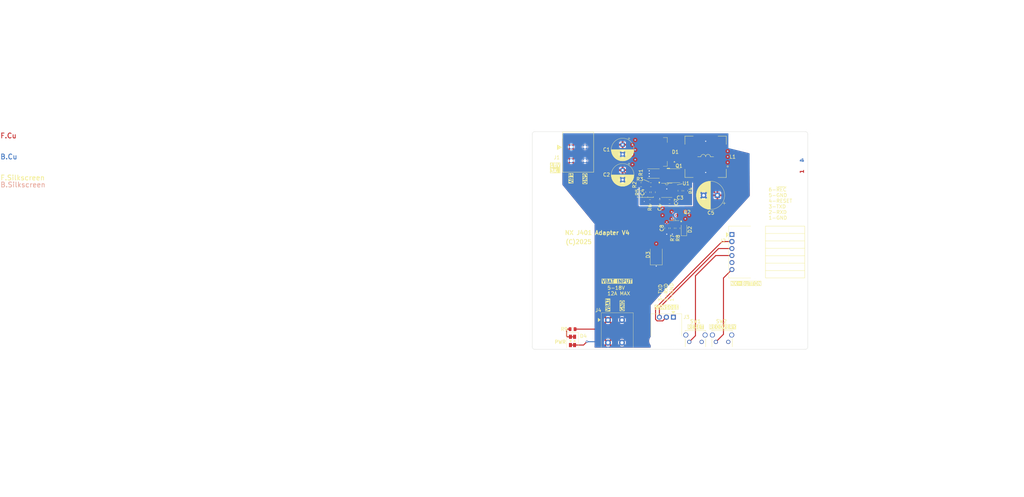
<source format=kicad_pcb>
(kicad_pcb (version 20240108) (generator "pcbnew") (generator_version "8.0")
  (title_block (title "NX Adapter Board") (date "2025-01-13") (rev "4"))
  (layers (0 "F.Cu" signal) (1 "In1.Cu" signal) (2 "In2.Cu" signal) (31 "B.Cu" signal) (34 "B.Paste" user) (35 "F.Paste" user) (36 "B.SilkS" user "B.Silkscreen") (37 "F.SilkS" user "F.Silkscreen") (38 "B.Mask" user) (39 "F.Mask" user) (44 "Edge.Cuts" user))
  (net 0 "")
  (net 1 "GND")
  (net 2 "/+18V_OUT")
  (net 3 "/Power Supply/V_IN")
  (net 4 "Net-(U1-I_{SEN})")
  (net 5 "Net-(C6-Pad2)")
  (net 6 "Net-(D4A-Red-K)")
  (net 7 "Net-(U1-COMP)")
  (net 8 "/V_BAT")
  (net 9 "/Power Supply/SW")
  (net 10 "Net-(D2-A)")
  (net 11 "/~{REC}")
  (net 12 "/UART2_TXD")
  (net 13 "/~{SYS_RESET}")
  (net 14 "/UART2_RXD")
  (net 15 "Net-(Q1-G)")
  (net 16 "Net-(U1-FB)")
  (net 17 "Net-(U1-FA{slash}SD)")
  (net 18 "/RTN")
  (net 19 "/Power Supply/Q_S")
  (footprint "Package_TO_SOT_SMD:TO-263-2" (layer "F.Cu") (at 269.21 87.376 180)
    (property "Reference" "D1" (at -7.7008 -0.0254 0) (layer "F.SilkS") (effects (font (size 1.27 1.27) (thickness 0.2032))))
    (property "Value" "STPS20M100SG-TR")
    (pad "1" smd roundrect (at -7.65 -2.54 180) (size 4.6 1.1) (layers "F.Cu" "F.Paste" "F.Mask") (roundrect_rratio 0.227273) (net 9 "/Power Supply/SW"))
    (pad "2" smd roundrect (at -0.925 -2.775 180) (size 4.55 5.25) (layers "F.Cu" "F.Paste") (roundrect_rratio 0.054945) (net 2 "/+18V_OUT"))
    (pad "2" smd roundrect (at -0.925 2.775 180) (size 4.55 5.25) (layers "F.Cu" "F.Paste") (roundrect_rratio 0.054945) (net 2 "/+18V_OUT"))
    (pad "2" smd roundrect (at 1.5 0 180) (size 9.4 10.8) (layers "F.Cu" "F.Mask") (roundrect_rratio 0.026596) (net 2 "/+18V_OUT"))
    (pad "2" smd roundrect (at 3.925 -2.775 180) (size 4.55 5.25) (layers "F.Cu" "F.Paste") (roundrect_rratio 0.054945) (net 2 "/+18V_OUT"))
    (pad "2" smd roundrect (at 3.925 2.775 180) (size 4.55 5.25) (layers "F.Cu" "F.Paste") (roundrect_rratio 0.054945) (net 2 "/+18V_OUT"))
    (pad "3" smd roundrect (at -7.65 2.54 180) (size 4.6 1.1) (layers "F.Cu" "F.Paste" "F.Mask") (roundrect_rratio 0.227273) (net 9 "/Power Supply/SW"))
  )
  (footprint "NX-J401-Adapter:TI-SON5x6" (layer "F.Cu") (at 276.165 96.012 180)
    (property "Reference" "Q1" (at -2.092 3.556 0) (layer "F.SilkS") (effects (font (size 1.27 1.27) (thickness 0.2032))))
    (property "Value" "CSD16322Q5")
    (pad "1" smd rect (at 2.75 1.92 180) (size 0.75 0.66) (layers "F.Cu" "F.Paste" "F.Mask") (net 19 "/Power Supply/Q_S"))
    (pad "2" smd rect (at 2.75 0.64 180) (size 0.75 0.66) (layers "F.Cu" "F.Paste" "F.Mask") (net 19 "/Power Supply/Q_S"))
    (pad "3" smd rect (at 2.75 -0.64 180) (size 0.75 0.66) (layers "F.Cu" "F.Paste" "F.Mask") (net 19 "/Power Supply/Q_S"))
    (pad "4" smd rect (at 2.75 -1.92 180) (size 0.75 0.66) (layers "F.Cu" "F.Paste" "F.Mask") (net 15 "Net-(Q1-G)"))
    (pad "5" smd custom (at -0.32 0 180) (size 4.29 4.5) (layers "F.Cu" "F.Mask") (net 9 "/Power Supply/SW") (options (clearance outline) (anchor rect)) (primitives (gr_poly (pts (xy -2.805 -2.25) (xy -2.145 -2.25) (xy -2.145 -1.59) (xy -2.805 -1.59)) (width 0) (fill yes)) (gr_poly (pts (xy -2.805 1.59) (xy -2.145 1.59) (xy -2.145 2.25) (xy -2.805 2.25)) (width 0) (fill yes)) (gr_poly (pts (xy -2.805 -0.97) (xy -2.145 -0.97) (xy -2.145 -0.31) (xy -2.805 -0.31)) (width 0) (fill yes)) (gr_poly (pts (xy -2.805 0.31) (xy -2.145 0.31) (xy -2.145 0.97) (xy -2.805 0.97)) (width 0) (fill yes))))
  )
  (footprint "MountingHole:MountingHole_2.7mm_M2.5" (layer "F.Cu") (at 229 84)
    (property "Reference" "H1" (hide yes))
    (property "Value" "MountingHole" (hide yes))
    (pad "" np_thru_hole circle (at 0 0) (size 2.7 2.7) (drill 2.7) (layers "F&B.Cu" "*.Mask") (clearance 2.54))
  )
  (footprint "Resistor_SMD:R_0805_2012Metric" (layer "F.Cu") (at 277.876 115.062 -90)
    (property "Reference" "R8" (at 3.5814 0 90) (layer "F.SilkS") (effects (font (size 1.27 1.27) (thickness 0.2032))))
    (property "Value" "20.0k-1%-0805")
    (pad "1" smd roundrect (at -0.9125 0 270) (size 1.025 1.4) (layers "F.Cu" "F.Paste" "F.Mask") (roundrect_rratio 0.243902) (net 10 "Net-(D2-A)"))
    (pad "2" smd roundrect (at 0.9125 0 270) (size 1.025 1.4) (layers "F.Cu" "F.Paste" "F.Mask") (roundrect_rratio 0.243902) (net 3 "/Power Supply/V_IN"))
  )
  (footprint "NX-J401-Adapter:LED-Dialight-5913001858F" (layer "F.Cu") (at 239.637 155.932 90)
    (property "Reference" "D4" (at 1.754 3.949 180) (layer "F.SilkS") (effects (font (size 1.27 1.27) (thickness 0.2032))))
    (property "Value" "PWR" (at -0.405 -4.433 180) (layer "F.SilkS") (effects (font (size 1.27 1.27) (thickness 0.254) (bold yes))))
    (pad "1" smd rect (at 1.5 0.75 90) (size 1.5 1.09) (layers "F.Cu" "F.Paste" "F.Mask") (net 6 "Net-(D4A-Red-K)"))
    (pad "2" smd rect (at -1.5 0.75 90) (size 1.5 1.09) (layers "F.Cu" "F.Paste" "F.Mask") (net 1 "GND"))
    (pad "3" smd rect (at 1.5 -0.75 90) (size 1.5 1.09) (layers "F.Cu" "F.Paste" "F.Mask") (net 6 "Net-(D4A-Red-K)"))
    (pad "4" smd rect (at -1.5 -0.75 90) (size 1.5 1.09) (layers "F.Cu" "F.Paste" "F.Mask") (net 1 "GND"))
  )
  (footprint "Capacitor_THT:CP_Radial_D8.0mm_P3.50mm" (layer "F.Cu") (at 257.81 93.98 -90)
    (property "Reference" "C2" (at 1.6764 5.842 0) (layer "F.SilkS") (effects (font (size 1.27 1.27) (thickness 0.2032))))
    (property "Value" "82uF 35V")
    (pad "1" thru_hole rect (at 0 0 270) (size 1.6 1.6) (drill 0.8) (layers "*.Cu" "*.Mask") (net 2 "/+18V_OUT"))
    (pad "2" thru_hole circle (at 3.5 0 270) (size 1.6 1.6) (drill 0.8) (layers "*.Cu" "*.Mask") (net 1 "GND"))
  )
  (footprint "NX-J401-Adapter:SW_TL1105VF100Q_EWI" (layer "F.Cu") (at 291.628 156.2857)
    (property "Reference" "SW2" (at 1.996 -7.4417 0) (layer "F.SilkS") (effects (font (size 1.27 1.27) (thickness 0.2032))))
    (property "Value" "RECOVERY" (at 2.377 -5.4097 0) (layer "F.SilkS" knockout) (effects (font (size 1.27 1.27) (thickness 0.254) (bold yes))))
    (pad "1" thru_hole circle (at 0 0) (size 1.4986 1.4986) (drill 0.9906) (layers "*.Cu" "*.Mask") (net 11 "/~{REC}"))
    (pad "2" thru_hole circle (at 4.500001 0) (size 1.4986 1.4986) (drill 0.9906) (layers "*.Cu" "*.Mask") (net 18 "/RTN"))
    (pad "3" thru_hole circle (at -1.249999 -2.499876) (size 1.8034 1.8034) (drill 1.2954) (layers "*.Cu" "*.Mask"))
    (pad "4" thru_hole circle (at 5.75 -2.499876) (size 1.8034 1.8034) (drill 1.2954) (layers "*.Cu" "*.Mask"))
  )
  (footprint "Capacitor_SMD:C_0805_2012Metric" (layer "F.Cu") (at 273.812 115.062 -90)
    (property "Reference" "C8" (at -0.0508 1.778 90) (layer "F.SilkS") (effects (font (size 1.27 1.27) (thickness 0.2032))))
    (property "Value" "22uF-20%-25V-0805")
    (pad "1" smd roundrect (at -0.95 0 270) (size 1 1.45) (layers "F.Cu" "F.Paste" "F.Mask") (net 8 "/V_BAT"))
    (pad "2" smd roundrect (at 0.95 0 270) (size 1 1.45) (layers "F.Cu" "F.Paste" "F.Mask") (net 1 "GND"))
  )
  (footprint "Capacitor_THT:CP_Radial_D8.0mm_P3.50mm" (layer "F.Cu") (at 257.81 84.7852 -90)
    (property "Reference" "C1" (at 1.754251 5.842 0) (layer "F.SilkS") (effects (font (size 1.27 1.27) (thickness 0.2032))))
    (property "Value" "82uF 35V")
    (pad "1" thru_hole rect (at 0 0 270) (size 1.6 1.6) (drill 0.8) (layers "*.Cu" "*.Mask") (net 2 "/+18V_OUT"))
    (pad "2" thru_hole circle (at 3.5 0 270) (size 1.6 1.6) (drill 0.8) (layers "*.Cu" "*.Mask") (net 1 "GND"))
  )
  (footprint "NX-J401-Adapter:Wurth-691406510002B" (layer "F.Cu") (at 252.5014 148.3656)
    (property "Reference" "J4" (at -3.5052 -3.5602 0) (layer "F.SilkS") (effects (font (size 1.27 1.27) (thickness 0.2032))))
    (property "Value" "Power")
    (pad "1" thru_hole circle (at 0 0) (size 2.2 2.2) (drill 1.1) (layers "*.Cu" "*.Mask") (net 8 "/V_BAT"))
    (pad "1" thru_hole circle (at 0 8.2) (size 2.2 2.2) (drill 1.1) (layers "*.Cu" "*.Mask") (net 8 "/V_BAT"))
    (pad "2" thru_hole circle (at 5.08 0) (size 2.2 2.2) (drill 1.1) (layers "*.Cu" "*.Mask") (net 1 "GND"))
    (pad "2" thru_hole circle (at 5.08 8.2) (size 2.2 2.2) (drill 1.1) (layers "*.Cu" "*.Mask") (net 1 "GND"))
  )
  (footprint "Resistor_SMD:R_0805_2012Metric" (layer "F.Cu") (at 266.9286 102.0064 90)
    (property "Reference" "R5" (at 0 -3.7592 90) (layer "F.SilkS") (effects (font (size 1.27 1.27) (thickness 0.2032))))
    (property "Value" "1.05k-1%-0805")
    (pad "1" smd roundrect (at -0.9125 0 90) (size 1.025 1.4) (layers "F.Cu" "F.Paste" "F.Mask") (roundrect_rratio 0.243902) (net 1 "GND"))
    (pad "2" smd roundrect (at 0.9125 0 90) (size 1.025 1.4) (layers "F.Cu" "F.Paste" "F.Mask") (roundrect_rratio 0.243902) (net 16 "Net-(U1-FB)"))
  )
  (footprint "Resistor_SMD:R_0805_2012Metric" (layer "F.Cu") (at 264.4902 99.2886 180)
    (property "Reference" "R2" (at 2.3622 -0.0254 90) (layer "F.SilkS") (effects (font (size 1.27 1.27) (thickness 0.2032))))
    (property "Value" "14.0k-1%-0805")
    (pad "1" smd roundrect (at -0.9125 0 180) (size 1.025 1.4) (layers "F.Cu" "F.Paste" "F.Mask") (roundrect_rratio 0.243902) (net 16 "Net-(U1-FB)"))
    (pad "2" smd roundrect (at 0.9125 0 180) (size 1.025 1.4) (layers "F.Cu" "F.Paste" "F.Mask") (roundrect_rratio 0.243902) (net 2 "/+18V_OUT"))
  )
  (footprint "NX-J401-Adapter:70555-0002" (layer "F.Cu") (at 273.685 147.32 -90)
    (property "Reference" "J3" (at -0.0254 -6.0452 0) (layer "F.SilkS") (effects (font (size 1.27 1.27) (thickness 0.2032)) (justify left)))
    (property "Value" "CONSOLE" (at -3.556 4.445 0) (layer "F.SilkS" knockout) (effects (font (size 1.27 1.27) (thickness 0.254) (bold yes)) (justify left)))
    (pad "" np_thru_hole circle (at 8.64 -3.94 270) (size 3.4 3.4) (drill 3.4) (layers "F&B.Cu" "*.Mask") (clearance 0.635))
    (pad "" np_thru_hole circle (at 8.64 3.94 270) (size 3.4 3.4) (drill 3.4) (layers "F&B.Cu" "*.Mask") (clearance 0.635))
    (pad "1" thru_hole rect (at 0 -2.54 270) (size 1.778 1.778) (drill 1.0668) (layers "*.Cu" "*.Mask") (net 18 "/RTN"))
    (pad "2" thru_hole circle (at 0 0 270) (size 1.905 1.905) (drill 1.0668) (layers "*.Cu" "*.Mask") (net 14 "/UART2_RXD"))
    (pad "3" thru_hole circle (at 0 2.54 270) (size 1.778 1.778) (drill 1.0668) (layers "*.Cu" "*.Mask") (net 12 "/UART2_TXD"))
  )
  (footprint "Package_SO:SOIC-8_3.9x4.9mm_P1.27mm" (layer "F.Cu") (at 276.352 109.728 180)
    (property "Reference" "Q2" (at -4.826 0.508 180) (layer "F.SilkS") (effects (font (size 1.27 1.27) (thickness 0.2032))))
    (property "Value" "SI4483ADY-T1-GE3")
    (pad "1" smd roundrect (at -2.475 -1.905 180) (size 1.95 0.6) (layers "F.Cu" "F.Paste" "F.Mask") (net 3 "/Power Supply/V_IN"))
    (pad "2" smd roundrect (at -2.475 -0.635 180) (size 1.95 0.6) (layers "F.Cu" "F.Paste" "F.Mask") (net 3 "/Power Supply/V_IN"))
    (pad "3" smd roundrect (at -2.475 0.635 180) (size 1.95 0.6) (layers "F.Cu" "F.Paste" "F.Mask") (net 3 "/Power Supply/V_IN"))
    (pad "4" smd roundrect (at -2.475 1.905 180) (size 1.95 0.6) (layers "F.Cu" "F.Paste" "F.Mask") (net 10 "Net-(D2-A)"))
    (pad "5" smd roundrect (at 2.475 1.905 180) (size 1.95 0.6) (layers "F.Cu" "F.Paste" "F.Mask") (net 8 "/V_BAT"))
    (pad "6" smd roundrect (at 2.475 0.635 180) (size 1.95 0.6) (layers "F.Cu" "F.Paste" "F.Mask") (net 8 "/V_BAT"))
    (pad "7" smd roundrect (at 2.475 -0.635 180) (size 1.95 0.6) (layers "F.Cu" "F.Paste" "F.Mask") (net 8 "/V_BAT"))
    (pad "8" smd roundrect (at 2.475 -1.905 180) (size 1.95 0.6) (layers "F.Cu" "F.Paste" "F.Mask") (net 8 "/V_BAT"))
  )
  (footprint "NX-J401-Adapter:SW_TL1105VF100Q_EWI" (layer "F.Cu") (at 281.976 156.2857)
    (property "Reference" "SW1" (at 2.25 -7.4417 0) (layer "F.SilkS") (effects (font (size 1.27 1.27) (thickness 0.2032))))
    (property "Value" "RESET" (at 2.25 -5.4097 0) (layer "F.SilkS" knockout) (effects (font (size 1.27 1.27) (thickness 0.254) (bold yes))))
    (pad "1" thru_hole circle (at 0 0) (size 1.4986 1.4986) (drill 0.9906) (layers "*.Cu" "*.Mask") (net 13 "/~{SYS_RESET}"))
    (pad "2" thru_hole circle (at 4.500001 0) (size 1.4986 1.4986) (drill 0.9906) (layers "*.Cu" "*.Mask") (net 18 "/RTN"))
    (pad "3" thru_hole circle (at -1.249999 -2.499876) (size 1.8034 1.8034) (drill 1.2954) (layers "*.Cu" "*.Mask"))
    (pad "4" thru_hole circle (at 5.75 -2.499876) (size 1.8034 1.8034) (drill 1.2954) (layers "*.Cu" "*.Mask"))
  )
  (footprint "NX-J401-Adapter:70555-0005" (layer "F.Cu") (at 297.4475 119.888)
    (property "Reference" "J2" (at -3.3155 -0.254 0) (layer "F.SilkS") (effects (font (size 1.27 1.27) (thickness 0.2032))))
    (property "Value" "NX-BUTTON" (at 5.0665 15.24 0) (layer "F.SilkS" knockout) (effects (font (size 1.27 1.27) (thickness 0.254) (bold yes))))
    (pad "" np_thru_hole circle (at 8.64 -3.94) (size 3.4 3.4) (drill 3.4) (layers "F&B.Cu" "*.Mask"))
    (pad "" np_thru_hole circle (at 8.64 11.56) (size 3.4 3.4) (drill 3.4) (layers "F&B.Cu" "*.Mask"))
    (pad "1" thru_hole rect (at 0 -2.54) (size 1.778 1.778) (drill 1.0668) (layers "*.Cu" "*.Mask") (net 18 "/RTN"))
    (pad "2" thru_hole circle (at 0 0) (size 1.905 1.905) (drill 1.0668) (layers "*.Cu" "*.Mask") (net 14 "/UART2_RXD"))
    (pad "3" thru_hole circle (at 0 2.54) (size 1.778 1.778) (drill 1.0668) (layers "*.Cu" "*.Mask") (net 12 "/UART2_TXD"))
    (pad "4" thru_hole circle (at 0 5.08) (size 1.778 1.778) (drill 1.0668) (layers "*.Cu" "*.Mask") (net 13 "/~{SYS_RESET}"))
    (pad "5" thru_hole circle (at 0 7.62) (size 1.778 1.778) (drill 1.0668) (layers "*.Cu" "*.Mask") (net 18 "/RTN"))
    (pad "6" thru_hole circle (at 0 10.16) (size 1.778 1.778) (drill 1.0668) (layers "*.Cu" "*.Mask") (net 11 "/~{REC}"))
  )
  (footprint "Diode_SMD:D_SMB" (layer "F.Cu") (at 270.002 124.714 90)
    (property "Reference" "D3" (at 0 -3 90) (layer "F.SilkS") (effects (font (size 1.27 1.27) (thickness 0.2032))))
    (property "Value" "15V")
    (pad "1" smd roundrect (at -2.15 0 90) (size 2.5 2.3) (layers "F.Cu" "F.Paste" "F.Mask") (roundrect_rratio 0.1086956522) (net 1 "GND"))
    (pad "2" smd roundrect (at 2.15 0 90) (size 2.5 2.3) (layers "F.Cu" "F.Paste" "F.Mask") (roundrect_rratio 0.1086956522) (net 8 "/V_BAT"))
  )
  (footprint "Resistor_SMD:R_0805_2012Metric" (layer "F.Cu") (at 280.67 101.47304 90)
    (property "Reference" "R4" (at 0.00004 1.905 90) (layer "F.SilkS") (effects (font (size 1.27 1.27) (thickness 0.2032))))
    (property "Value" "59.0k-1%-0805")
    (pad "1" smd roundrect (at -0.9125 0 90) (size 1.025 1.4) (layers "F.Cu" "F.Paste" "F.Mask") (roundrect_rratio 0.243902) (net 1 "GND"))
    (pad "2" smd roundrect (at 0.9125 0 90) (size 1.025 1.4) (layers "F.Cu" "F.Paste" "F.Mask") (roundrect_rratio 0.243902) (net 17 "Net-(U1-FA{slash}SD)"))
  )
  (footprint "Resistor_SMD:R_0805_2012Metric" (layer "F.Cu") (at 239.649 151.6634)
    (property "Reference" "R9" (at -3.0226 0.0254 0) (layer "F.SilkS") (effects (font (size 1.27 1.27) (thickness 0.2032))))
    (property "Value" "4.99k-1%-0805")
    (pad "1" smd roundrect (at -0.9125 0) (size 1.025 1.4) (layers "F.Cu" "F.Paste" "F.Mask") (roundrect_rratio 0.243902) (net 6 "Net-(D4A-Red-K)"))
    (pad "2" smd roundrect (at 0.9125 0) (size 1.025 1.4) (layers "F.Cu" "F.Paste" "F.Mask") (roundrect_rratio 0.243902) (net 8 "/V_BAT"))
  )
  (footprint "MountingHole:MountingHole_2.7mm_M2.5" (layer "F.Cu") (at 229 142)
    (property "Reference" "H3" (hide yes))
    (property "Value" "MountingHole" (hide yes))
    (pad "" np_thru_hole circle (at 0 0) (size 2.7 2.7) (drill 2.7) (layers "F&B.Cu" "*.Mask") (clearance 1.651))
  )
  (footprint "Capacitor_THT:CP_Radial_D10.0mm_P5.00mm" (layer "F.Cu") (at 292.181677 103.124 180)
    (property "Reference" "C5" (at 2.367677 -6.35 180) (layer "F.SilkS") (effects (font (size 1.27 1.27) (thickness 0.2032))))
    (property "Value" "330uF 35V")
    (pad "1" thru_hole rect (at 0 0 180) (size 2 2) (drill 1) (layers "*.Cu" "*.Mask") (net 3 "/Power Supply/V_IN"))
    (pad "2" thru_hole circle (at 5 0 180) (size 2 2) (drill 1) (layers "*.Cu" "*.Mask") (net 1 "GND"))
  )
  (footprint "Diode_SMD:D_SOD-123F" (layer "F.Cu") (at 280.035 115.57 90)
    (property "Reference" "D2" (at 0.0254 2.159 90) (layer "F.SilkS") (effects (font (size 1.27 1.27) (thickness 0.2032))))
    (property "Value" "15V")
    (pad "1" smd roundrect (at -1.4 0 90) (size 1.1 1.1) (layers "F.Cu" "F.Paste" "F.Mask") (roundrect_rratio 0.2272727273) (net 3 "/Power Supply/V_IN"))
    (pad "2" smd roundrect (at 1.4 0 90) (size 1.1 1.1) (layers "F.Cu" "F.Paste" "F.Mask") (roundrect_rratio 0.2272727273) (net 10 "Net-(D2-A)"))
  )
  (footprint "NX-J401-Adapter:CONN_69140872_WRE" (layer "F.Cu") (at 239.1664 85.5942)
    (property "Reference" "J1" (at -5.2324 3.8138 0) (layer "F.SilkS") (effects (font (size 1.27 1.27) (thickness 0.2032))))
    (property "Value" "18V_OUT")
    (pad "1" thru_hole circle (at 0 0) (size 1.7018 1.7018) (drill 1.1938) (layers "*.Cu" "*.Mask") (net 2 "/+18V_OUT"))
    (pad "1" thru_hole circle (at 0 5) (size 1.7018 1.7018) (drill 1.1938) (layers "*.Cu" "*.Mask") (net 2 "/+18V_OUT"))
    (pad "2" thru_hole circle (at 5 0) (size 1.7018 1.7018) (drill 1.1938) (layers "*.Cu" "*.Mask") (net 1 "GND"))
    (pad "2" thru_hole circle (at 5 5) (size 1.7018 1.7018) (drill 1.1938) (layers "*.Cu" "*.Mask") (net 1 "GND"))
  )
  (footprint "Package_SO:SOIC-8_3.9x4.9mm_P1.27mm" (layer "F.Cu") (at 273.812 101.346)
    (property "Reference" "U1" (at 6.985 -2.54 0) (layer "F.SilkS") (effects (font (size 1.27 1.27) (thickness 0.2032))))
    (property "Value" "LM3478MA")
    (pad "1" smd roundrect (at -2.475 -1.905) (size 1.95 0.6) (layers "F.Cu" "F.Paste" "F.Mask") (net 4 "Net-(U1-I_{SEN})"))
    (pad "2" smd roundrect (at -2.475 -0.635) (size 1.95 0.6) (layers "F.Cu" "F.Paste" "F.Mask") (net 7 "Net-(U1-COMP)"))
    (pad "3" smd roundrect (at -2.475 0.635) (size 1.95 0.6) (layers "F.Cu" "F.Paste" "F.Mask") (net 16 "Net-(U1-FB)"))
    (pad "4" smd roundrect (at -2.475 1.905) (size 1.95 0.6) (layers "F.Cu" "F.Paste" "F.Mask") (net 1 "GND"))
    (pad "5" smd roundrect (at 2.475 1.905) (size 1.95 0.6) (layers "F.Cu" "F.Paste" "F.Mask") (net 1 "GND"))
    (pad "6" smd roundrect (at 2.475 0.635) (size 1.95 0.6) (layers "F.Cu" "F.Paste" "F.Mask") (net 15 "Net-(Q1-G)"))
    (pad "7" smd roundrect (at 2.475 -0.635) (size 1.95 0.6) (layers "F.Cu" "F.Paste" "F.Mask") (net 17 "Net-(U1-FA{slash}SD)"))
    (pad "8" smd roundrect (at 2.475 -1.905) (size 1.95 0.6) (layers "F.Cu" "F.Paste" "F.Mask") (net 3 "/Power Supply/V_IN"))
  )
  (footprint "Resistor_SMD:R_0805_2012Metric" (layer "F.Cu") (at 267.716 105.41)
    (property "Reference" "R6" (at 0 2.165418 90) (layer "F.SilkS") (effects (font (size 1.27 1.27) (thickness 0.2032))))
    (property "Value" "1.05k-1%-0805")
    (pad "1" smd roundrect (at -0.9125 0) (size 1.025 1.4) (layers "F.Cu" "F.Paste" "F.Mask") (roundrect_rratio 0.243902) (net 1 "GND"))
    (pad "2" smd roundrect (at 0.9125 0) (size 1.025 1.4) (layers "F.Cu" "F.Paste" "F.Mask") (roundrect_rratio 0.243902) (net 5 "Net-(C6-Pad2)"))
  )
  (footprint "Resistor_SMD:R_2512_6332Metric" (layer "F.Cu") (at 268.986 95.25)
    (property "Reference" "R1" (at -4.572 -0.381 90) (layer "F.SilkS") (effects (font (size 1.27 1.27) (thickness 0.2032))))
    (property "Value" "4.0m-1%-2512")
    (pad "1" smd roundrect (at -2.9625 0) (size 1.225 3.35) (layers "F.Cu" "F.Paste" "F.Mask") (roundrect_rratio 0.204082) (net 1 "GND"))
    (pad "2" smd roundrect (at 2.9625 0) (size 1.225 3.35) (layers "F.Cu" "F.Paste" "F.Mask") (roundrect_rratio 0.204082) (net 19 "/Power Supply/Q_S"))
  )
  (footprint "Resistor_SMD:R_0805_2012Metric" (layer "F.Cu") (at 268.0481 99.2886)
    (property "Reference" "R3" (at -4.0151 -2.0066 0) (layer "F.SilkS") (effects (font (size 1.27 1.27) (thickness 0.2032))))
    (property "Value" "100R-1%-0805")
    (pad "1" smd roundrect (at -0.9125 0) (size 1.025 1.4) (layers "F.Cu" "F.Paste" "F.Mask") (roundrect_rratio 0.243902) (net 19 "/Power Supply/Q_S"))
    (pad "2" smd roundrect (at 0.9125 0) (size 1.025 1.4) (layers "F.Cu" "F.Paste" "F.Mask") (roundrect_rratio 0.243902) (net 4 "Net-(U1-I_{SEN})"))
  )
  (footprint "Capacitor_SMD:C_0805_2012Metric" (layer "F.Cu") (at 271.272 105.41 180)
    (property "Reference" "C6" (at 0.004006 -2.165418 90) (layer "F.SilkS") (effects (font (size 1.27 1.27) (thickness 0.2032))))
    (property "Value" "0.22uF-10%-50V-0805")
    (pad "1" smd roundrect (at -0.95 0 180) (size 1 1.45) (layers "F.Cu" "F.Paste" "F.Mask") (net 7 "Net-(U1-COMP)"))
    (pad "2" smd roundrect (at 0.95 0 180) (size 1 1.45) (layers "F.Cu" "F.Paste" "F.Mask") (net 5 "Net-(C6-Pad2)"))
  )
  (footprint "MountingHole:MountingHole_2.7mm_M2.5" (layer "F.Cu") (at 320.99948 84)
    (property "Reference" "H2" (hide yes))
    (property "Value" "MountingHole" (hide yes))
    (pad "" np_thru_hole circle (at 0 0) (size 2.7 2.7) (drill 2.7) (layers "F&B.Cu" "*.Mask") (clearance 2.54))
    (zone (net 0) (net_name "") (layers "F&B.Cu") (connect_pads (clearance 0)) (min_thickness 0.25)
      (keepout (tracks allowed) (vias allowed) (pads allowed) (copperpour not_allowed) (footprints allowed))
      (fill (thermal_gap 0.5) (thermal_bridge_width 0.5))
      (polygon (pts (xy 320.99948 81.3) (xy 319.79948 81.6) (xy 318.99948 82.2) (xy 318.49948 83) (xy 318.29948 84) (xy 318.39948 84.9) (xy 318.79948 85.6) (xy 319.59948 86.3) (xy 320.49948 86.7) (xy 321.59948 86.7) (xy 322.39948 86.3) (xy 323.19948 85.6) (xy 323.59948 84.8) (xy 323.69948 83.7) (xy 323.49948 82.9) (xy 322.99948 82.2) (xy 322.39948 81.7) (xy 321.49948 81.3)))
    )
  )
  (footprint "Capacitor_SMD:C_0805_2012Metric" (layer "F.Cu") (at 268.9606 102.0064 -90)
    (property "Reference" "C4" (at 0 3.937 90) (layer "F.SilkS") (effects (font (size 1.27 1.27) (thickness 0.2032))))
    (property "Value" "10pF-5%-50V-0805")
    (pad "1" smd roundrect (at -0.95 0 270) (size 1 1.45) (layers "F.Cu" "F.Paste" "F.Mask") (net 4 "Net-(U1-I_{SEN})"))
    (pad "2" smd roundrect (at 0.95 0 270) (size 1 1.45) (layers "F.Cu" "F.Paste" "F.Mask") (net 1 "GND"))
  )
  (footprint "Capacitor_SMD:C_0805_2012Metric" (layer "F.Cu") (at 274.828 105.41)
    (property "Reference" "C7" (at 2.413 0.127 90) (layer "F.SilkS") (effects (font (size 1.27 1.27) (thickness 0.2032))))
    (property "Value" "0.01uF-10%-50V-0805")
    (pad "1" smd roundrect (at -0.95 0) (size 1 1.45) (layers "F.Cu" "F.Paste" "F.Mask") (net 7 "Net-(U1-COMP)"))
    (pad "2" smd roundrect (at 0.95 0) (size 1 1.45) (layers "F.Cu" "F.Paste" "F.Mask") (net 1 "GND"))
  )
  (footprint "Resistor_SMD:R_0805_2012Metric" (layer "F.Cu") (at 275.844 115.062 90)
    (property "Reference" "R7" (at -3.5814 0.0254 90) (layer "F.SilkS") (effects (font (size 1.27 1.27) (thickness 0.2032))))
    (property "Value" "1.05k-1%-0805")
    (pad "1" smd roundrect (at -0.9125 0 90) (size 1.025 1.4) (layers "F.Cu" "F.Paste" "F.Mask") (roundrect_rratio 0.243902) (net 1 "GND"))
    (pad "2" smd roundrect (at 0.9125 0 90) (size 1.025 1.4) (layers "F.Cu" "F.Paste" "F.Mask") (roundrect_rratio 0.243902) (net 10 "Net-(D2-A)"))
  )
  (footprint "NX-J401-Adapter:INDUCTOR_IHLE-5050FH-Vishay" (layer "F.Cu") (at 287.915 89.154 90)
    (property "Reference" "L1" (at 0 9.773 0) (layer "F.SilkS") (effects (font (size 1.27 1.27) (thickness 0.2032))))
    (property "Value" "4.7 uH-8m-20%")
    (pad "1" smd rect (at 0 5.7325 90) (size 5.21 3.265) (layers "F.Cu" "F.Paste" "F.Mask") (net 3 "/Power Supply/V_IN"))
    (pad "2" smd rect (at 0 -5.7325 90) (size 5.21 3.265) (layers "F.Cu" "F.Paste" "F.Mask") (net 9 "/Power Supply/SW"))
    (pad "3" smd rect (at -5.6775 0 180) (size 5.21 3.275) (layers "F.Cu" "F.Paste" "F.Mask") (net 1 "GND"))
    (pad "4" smd rect (at 5.6775 0 180) (size 5.21 3.275) (layers "F.Cu" "F.Paste" "F.Mask") (net 1 "GND"))
    (zone (net 0) (net_name "") (layers "F.Cu" "In1.Cu" "In2.Cu" "In3.Cu" "In4.Cu" "In5.Cu" "In6.Cu" "In7.Cu" "In8.Cu" "In9.Cu" "In10.Cu" "In11.Cu" "In12.Cu" "In13.Cu" "In14.Cu" "In15.Cu" "In16.Cu" "In17.Cu" "In18.Cu" "In19.Cu" "In20.Cu" "In21.Cu" "In22.Cu" "In23.Cu" "In24.Cu" "In25.Cu" "In26.Cu" "In27.Cu" "In28.Cu" "In29.Cu" "In30.Cu" "F.CrtYd") (connect_pads (clearance 0)) (min_thickness 0.25)
      (keepout (tracks allowed) (vias allowed) (pads allowed) (copperpour not_allowed) (footprints allowed))
      (fill (thermal_gap 0.5) (thermal_bridge_width 0.5))
      (polygon (pts (xy 290.709 96.266) (xy 295.027 96.266) (xy 295.027 91.948) (xy 291.725 91.948) (xy 291.725 86.36) (xy 295.027 86.36) (xy 295.027 82.042) (xy 290.709 82.042) (xy 290.709 85.344) (xy 285.121 85.344) (xy 285.121 82.042) (xy 280.803 82.042) (xy 280.803 86.36) (xy 284.105 86.36) (xy 284.105 91.948) (xy 280.803 91.948) (xy 280.803 96.266) (xy 285.121 96.266) (xy 285.121 92.964) (xy 290.709 92.964)))
    )
  )
  (footprint "MountingHole:MountingHole_2.7mm_M2.5" (layer "F.Cu") (at 320.99948 142)
    (property "Reference" "H4" (hide yes))
    (property "Value" "MountingHole" (hide yes))
    (pad "" np_thru_hole circle (at 0 0) (size 2.7 2.7) (drill 2.7) (layers "F&B.Cu" "*.Mask") (clearance 2.54))
  )
  (footprint "Capacitor_SMD:C_0805_2012Metric" (layer "F.Cu") (at 278.638 101.47304 -90)
    (property "Reference" "C3" (at 2.53996 0 0) (layer "F.SilkS") (effects (font (size 1.27 1.27) (thickness 0.2032))))
    (property "Value" "0.22uF-10%-50V-0805")
    (pad "1" smd roundrect (at -0.95 0 270) (size 1 1.45) (layers "F.Cu" "F.Paste" "F.Mask") (net 3 "/Power Supply/V_IN"))
    (pad "2" smd roundrect (at 0.95 0 270) (size 1 1.45) (layers "F.Cu" "F.Paste" "F.Mask") (net 1 "GND"))
  )
  (gr_line (start 268.986 103.632) (end 268.986 103.886) (stroke (width 0.15)) (layer "F.SilkS"))
  (gr_rect (start 309.626 114.3) (end 323.85 133.096) (stroke (width 0.15)) (fill none) (layer "F.SilkS"))
  (gr_poly (pts (xy 249.682 148.3106) (xy 248.92 147.6756) (xy 248.92 148.9456)) (stroke (width 0.15)) (fill solid) (layer "F.SilkS"))
  (gr_line (start 289.648608 89.142635) (end 290.817008 89.142635) (stroke (width 0.15)) (layer "F.SilkS"))
  (gr_line (start 268.986 103.886) (end 263.144 103.886) (stroke (width 0.15)) (layer "F.SilkS"))
  (gr_line (start 309.626 125.040544) (end 323.85 125.040544) (stroke (width 0.15)) (layer "F.SilkS"))
  (gr_arc (start 287.921408 89.142635) (mid 288.785008 88.279035) (end 289.648608 89.142635) (stroke (width 0.15)) (layer "F.SilkS"))
  (gr_line (start 285.025808 89.142635) (end 286.194208 89.142635) (stroke (width 0.15)) (layer "F.SilkS"))
  (gr_line (start 309.626 130.410816) (end 323.85 130.410816) (stroke (width 0.15)) (layer "F.SilkS"))
  (gr_line (start 309.626 122.355408) (end 323.85 122.355408) (stroke (width 0.15)) (layer "F.SilkS"))
  (gr_line (start 309.626 116.985136) (end 323.85 116.985136) (stroke (width 0.15)) (layer "F.SilkS"))
  (gr_line (start 264.922 103.886) (end 264.922 103.505) (stroke (width 0.15)) (layer "F.SilkS"))
  (gr_line (start 309.626 119.670272) (end 323.85 119.670272) (stroke (width 0.15)) (layer "F.SilkS"))
  (gr_arc (start 286.194208 89.142635) (mid 287.057808 88.279035) (end 287.921408 89.142635) (stroke (width 0.15)) (layer "F.SilkS"))
  (gr_line (start 263.144 103.886) (end 263.144 103.505) (stroke (width 0.15)) (layer "F.SilkS"))
  (gr_line (start 266.954 103.632) (end 266.954 103.886) (stroke (width 0.15)) (layer "F.SilkS"))
  (gr_line (start 265.43 97.409) (end 267.462 98.298) (stroke (width 0.15)) (layer "F.SilkS"))
  (gr_line (start 309.626 127.72568) (end 323.85 127.72568) (stroke (width 0.15)) (layer "F.SilkS"))
  (gr_line (start 279.4 98.933) (end 277.622 99.314) (stroke (width 0.15)) (layer "F.SilkS"))
  (gr_arc (start 226.01682 159.004) (mid 225.2984 158.70642) (end 225.00082 157.988) (stroke (width 0.1)) (layer "Edge.Cuts"))
  (gr_arc (start 225.00082 81.026) (mid 225.2984 80.30758) (end 226.01682 80.01) (stroke (width 0.1)) (layer "Edge.Cuts"))
  (gr_arc (start 323.98462 80.01) (mid 324.70304 80.30758) (end 325.00062 81.026) (stroke (width 0.1)) (layer "Edge.Cuts"))
  (gr_line (start 225.00082 81.026) (end 225.00082 157.988) (stroke (width 0.1)) (layer "Edge.Cuts"))
  (gr_line (start 226.01682 159.004) (end 323.98462 159.004) (stroke (width 0.1)) (layer "Edge.Cuts"))
  (gr_arc (start 325.00062 157.988) (mid 324.70304 158.70642) (end 323.98462 159.004) (stroke (width 0.1)) (layer "Edge.Cuts"))
  (gr_line (start 325.00062 157.988) (end 325.00062 81.026) (stroke (width 0.1)) (layer "Edge.Cuts"))
  (gr_line (start 323.98462 80.01) (end 226.01682 80.01) (stroke (width 0.1)) (layer "Edge.Cuts"))
  (gr_text "1" (at 323.85 95.25 90) (layer "F.Cu") (effects (font (size 1.5 1.5) (thickness 0.3) (bold yes)) (justify left bottom)))
  (gr_text "${LAYER}" (at 32.004 82.55 0) (layer "F.Cu") (effects (font (size 1.778 1.778) (thickness 0.3) (bold yes)) (justify left bottom)))
  (gr_text "4" (at 323.85 89.662 90) (layer "B.Cu") (effects (font (size 1.5 1.5) (thickness 0.3) (bold yes)) (justify left bottom mirror)))
  (gr_text "${LAYER}" (at 32.004 90.17 0) (layer "B.Cu") (effects (font (size 1.778 1.778) (thickness 0.3) (bold yes)) (justify left bottom)))
  (gr_text "${LAYER}" (at 32.004 100.33 0) (layer "B.SilkS") (effects (font (size 1.778 1.778) (thickness 0.3) (bold yes)) (justify left bottom)))
  (gr_text "VBAT INPUT" (at 250.159762 135.0772 0) (layer "F.SilkS" knockout) (effects (font (size 1.27 1.27) (thickness 0.254) (bold yes)) (justify left bottom)))
  (gr_text "GND" (at 258.445 145.288 90) (layer "F.SilkS" knockout) (effects (font (size 1.27 1.27) (thickness 0.254) (bold yes)) (justify left bottom)))
  (gr_text "18V\n3A" (at 231.394 94.996 0) (layer "F.SilkS" knockout) (effects (font (size 1.27 1.27) (thickness 0.254) (bold yes)) (justify left bottom)))
  (gr_text "NX J401 Adapter V4" (at 236.728 117.602 0) (layer "F.SilkS") (effects (font (size 1.524 1.524) (thickness 0.3048) (bold yes)) (justify left bottom)))
  (gr_text "GND" (at 243.332 94.996 -90) (layer "F.SilkS" knockout) (effects (font (size 1.27 1.27) (thickness 0.254) (bold yes)) (justify left bottom)))
  (gr_text "18V" (at 238.252 94.996 -90) (layer "F.SilkS" knockout) (effects (font (size 1.27 1.27) (thickness 0.254) (bold yes)) (justify left bottom)))
  (gr_text "5-18V\n12A MAX" (at 252.1712 137.7188 0) (layer "F.SilkS") (effects (font (size 1.27 1.27) (thickness 0.2032)) (justify left)))
  (gr_text "3-TXD\n2-RXD\n1-GND\n" (at 270.764 141.732 90) (layer "F.SilkS") (effects (font (size 1.27 1.27) (thickness 0.2)) (justify left top)))
  (gr_text "6-~{REC}\n5-GND\n4-RESET\n3-TXD\n2-RXD\n1-GND" (at 310.642 100.33 0) (layer "F.SilkS") (effects (font (size 1.27 1.27) (thickness 0.2)) (justify left top)))
  (gr_text "${LAYER}" (at 32.004 97.79 0) (layer "F.SilkS") (effects (font (size 1.778 1.778) (thickness 0.3) (bold yes)) (justify left bottom)))
  (gr_text "(C)2025" (at 236.982 120.904 0) (layer "F.SilkS") (effects (font (size 1.524 1.524) (thickness 0.3048) (bold yes)) (justify left bottom)))
  (gr_text "VBAT" (at 253.238 145.288 90) (layer "F.SilkS" knockout) (effects (font (size 1.27 1.27) (thickness 0.254) (bold yes)) (justify left bottom)))
  (segment (start 266.0235 95.25) (end 266.0235 94.6565) (width 0.254) (layer "F.Cu") (net 1))
  (segment (start 268.9606 104.0892) (end 271.094202 104.0892) (width 0.381) (layer "F.Cu") (net 1))
  (segment (start 275.778 105.41) (end 277.2156 105.41) (width 0.381) (layer "F.Cu") (net 1))
  (segment (start 277.9522 104.14) (end 278.638 103.4542) (width 0.508) (layer "F.Cu") (net 1))
  (segment (start 266.0235 95.25) (end 266.0235 95.8435) (width 0.254) (layer "F.Cu") (net 1))
  (segment (start 266.192 94.488) (end 266.0235 94.6565) (width 0.254) (layer "F.Cu") (net 1))
  (segment (start 266.0235 94.6565) (end 266.446 94.234) (width 0.254) (layer "F.Cu") (net 1))
  (segment (start 287.9223 94.8315) (end 287.9344 94.8436) (width 0.762) (layer "F.Cu") (net 1))
  (segment (start 273.825822 102.147222) (end 273.825822 100.813988) (width 0.508) (layer "F.Cu") (net 1))
  (segment (start 266.446 94.234) (end 267.461982 94.234) (width 0.508) (layer "F.Cu") (net 1))
  (segment (start 275.844 115.9745) (end 275.844 117.221) (width 0.381) (layer "F.Cu") (net 1))
  (segment (start 266.0235 95.25) (end 267.462 95.25) (width 0.508) (layer "F.Cu") (net 1))
  (segment (start 266.9286 102.9189) (end 266.9286 104.0892) (width 0.381) (layer "F.Cu") (net 1))
  (segment (start 273.812 116.012) (end 273.812 117.22101) (width 0.381) (layer "F.Cu") (net 1))
  (segment (start 266.0235 95.8435) (end 266.446 96.266) (width 0.254) (layer "F.Cu") (net 1))
  (segment (start 266.446 96.266) (end 267.462 96.266) (width 0.508) (layer "F.Cu") (net 1))
  (segment (start 271.337 103.251) (end 271.337 104.201998) (width 0.381) (layer "F.Cu") (net 1))
  (segment (start 271.094202 104.0892) (end 271.272 104.266998) (width 0.381) (layer "F.Cu") (net 1))
  (segment (start 268.9606 102.9564) (end 268.9606 104.0892) (width 0.381) (layer "F.Cu") (net 1))
  (segment (start 240.387 157.432) (end 243.634 157.432) (width 0.381) (layer "F.Cu") (net 1))
  (segment (start 271.272 104.0892) (end 271.272 104.266998) (width 0.381) (layer "F.Cu") (net 1))
  (segment (start 238.887 157.432) (end 240.387 157.432) (width 0.381) (layer "F.Cu") (net 1))
  (segment (start 266.9286 104.0892) (end 268.9606 104.0892) (width 0.381) (layer "F.Cu") (net 1))
  (segment (start 243.634 157.432) (end 244.856 156.21) (width 0.381) (layer "F.Cu") (net 1))
  (segment (start 280.67 102.38554) (end 280.67 103.7082) (width 0.381) (layer "F.Cu") (net 1))
  (segment (start 270.002 126.864) (end 270.002 128.778) (width 0.508) (layer "F.Cu") (net 1))
  (segment (start 278.9682 105.41) (end 277.2156 105.41) (width 0.381) (layer "F.Cu") (net 1))
  (segment (start 276.287 103.251) (end 276.287 103.8972) (width 0.508) (layer "F.Cu") (net 1))
  (segment (start 265.7094 105.41) (end 265.6586 105.3592) (width 0.381) (layer "F.Cu") (net 1))
  (segment (start 276.5298 104.14) (end 277.9522 104.14) (width 0.508) (layer "F.Cu") (net 1))
  (segment (start 280.67 103.7082) (end 278.9682 105.41) (width 0.381) (layer "F.Cu") (net 1))
  (segment (start 276.287 103.8972) (end 276.5298 104.14) (width 0.508) (layer "F.Cu") (net 1))
  (segment (start 266.8035 104.2143) (end 266.9286 104.0892) (width 0.381) (layer "F.Cu") (net 1))
  (segment (start 287.915 83.4958) (end 287.9344 83.5152) (width 0.762) (layer "F.Cu") (net 1))
  (segment (start 278.638 103.4542) (end 278.638 102.42304) (width 0.508) (layer "F.Cu") (net 1))
  (segment (start 287.915 83.4765) (end 287.915 83.4958) (width 0.762) (layer "F.Cu") (net 1))
  (segment (start 271.337 104.201998) (end 271.272 104.266998) (width 0.381) (layer "F.Cu") (net 1))
  (segment (start 276.287 103.251) (end 274.9296 103.251) (width 0.508) (layer "F.Cu") (net 1))
  (segment (start 266.8035 105.41) (end 266.8035 104.2143) (width 0.381) (layer "F.Cu") (net 1))
  (segment (start 266.8035 105.41) (end 265.7094 105.41) (width 0.381) (layer "F.Cu") (net 1))
  (segment (start 274.9296 103.251) (end 273.825822 102.147222) (width 0.508) (layer "F.Cu") (net 1))
  (segment (start 287.915 94.8315) (end 287.9223 94.8315) (width 0.762) (layer "F.Cu") (net 1))
  (via (at 273.812 117.22101) (size 0.8128) (drill 0.4064) (layers "F.Cu" "B.Cu") (net 1))
  (via (at 267.462 96.266) (size 0.8128) (drill 0.4064) (layers "F.Cu" "B.Cu") (net 1))
  (via (at 267.461982 94.234) (size 0.8128) (drill 0.4064) (layers "F.Cu" "B.Cu") (net 1))
  (via (at 265.6586 105.3592) (size 0.7112) (drill 0.3048) (layers "F.Cu" "B.Cu") (net 1))
  (via (at 271.272 104.266998) (size 0.7112) (drill 0.3048) (layers "F.Cu" "B.Cu") (net 1))
  (via (at 287.9344 83.5152) (size 0.8128) (drill 0.4064) (layers "F.Cu" "B.Cu") (net 1))
  (via (at 273.825822 100.813988) (size 0.8128) (drill 0.4064) (layers "F.Cu" "B.Cu") (net 1))
  (via (at 270.002 128.778) (size 0.8128) (drill 0.4064) (layers "F.Cu" "B.Cu") (net 1))
  (via (at 244.856 156.21) (size 0.8128) (drill 0.4064) (layers "F.Cu" "B.Cu") (net 1))
  (via (at 267.462 95.25) (size 0.8128) (drill 0.4064) (layers "F.Cu" "B.Cu") (net 1))
  (via (at 287.9344 94.8436) (size 0.8128) (drill 0.4064) (layers "F.Cu" "B.Cu") (net 1))
  (via (at 277.2156 105.41) (size 0.8128) (drill 0.4064) (layers "F.Cu" "B.Cu") (net 1))
  (via (at 275.844 117.221) (size 0.8128) (drill 0.4064) (layers "F.Cu" "B.Cu") (net 1))
  (segment (start 248.666 156.21) (end 250.7996 154.0764) (width 0.381) (layer "B.Cu") (net 1))
  (segment (start 255.0922 154.0764) (end 257.5814 156.5656) (width 0.381) (layer "B.Cu") (net 1))
  (segment (start 250.7996 154.0764) (end 255.0922 154.0764) (width 0.381) (layer "B.Cu") (net 1))
  (segment (start 244.856 156.21) (end 248.666 156.21) (width 0.381) (layer "B.Cu") (net 1))
  (segment (start 260.985 98.7298) (end 260.985 97.155) (width 0.381) (layer "F.Cu") (net 2))
  (segment (start 260.985 97.155) (end 257.81 93.98) (width 0.381) (layer "F.Cu") (net 2))
  (segment (start 261.5438 99.2886) (end 260.985 98.7298) (width 0.381) (layer "F.Cu") (net 2))
  (segment (start 263.5777 99.2886) (end 261.5438 99.2886) (width 0.381) (layer "F.Cu") (net 2))
  (via (at 261.366 91.948) (size 0.8128) (drill 0.4064) (layers "F.Cu" "B.Cu") (net 2))
  (via (at 261.366 84.836) (size 0.8128) (drill 0.4064) (layers "F.Cu" "B.Cu") (net 2))
  (via (at 262.382 86.614) (size 0.8128) (drill 0.4064) (layers "F.Cu" "B.Cu") (net 2))
  (via (at 262.382 83.058) (size 0.8128) (drill 0.4064) (layers "F.Cu" "B.Cu") (net 2))
  (via (at 262.382 90.17) (size 0.8128) (drill 0.4064) (layers "F.Cu" "B.Cu") (net 2))
  (via (at 261.366 88.392) (size 0.8128) (drill 0.4064) (layers "F.Cu" "B.Cu") (net 2))
  (segment (start 278.827 109.093) (end 280.543034 109.093) (width 0.381) (layer "F.Cu") (net 3))
  (segment (start 279.8318 99.441) (end 281.2796 97.9932) (width 0.508) (layer "F.Cu") (net 3))
  (segment (start 281.305 114.681) (end 280.035 115.951) (width 0.381) (layer "F.Cu") (net 3))
  (segment (start 278.638 99.441) (end 279.8318 99.441) (width 0.508) (layer "F.Cu") (net 3))
  (segment (start 279.527 118.364) (end 280.035 117.856) (width 0.381) (layer "F.Cu") (net 3))
  (segment (start 277.876 115.9745) (end 277.876 117.856) (width 0.381) (layer "F.Cu") (net 3))
  (segment (start 278.638 100.52304) (end 278.638 99.441) (width 0.508) (layer "F.Cu") (net 3))
  (segment (start 278.384 118.364) (end 279.527 118.364) (width 0.381) (layer "F.Cu") (net 3))
  (segment (start 287.050877 97.9932) (end 292.181677 103.124) (width 0.508) (layer "F.Cu") (net 3))
  (segment (start 278.826988 110.362988) (end 278.827 110.363) (width 0.381) (layer "F.Cu") (net 3))
  (segment (start 280.543 111.633) (end 281.305 112.395) (width 0.381) (layer "F.Cu") (net 3))
  (segment (start 281.305 112.395) (end 281.305 114.681) (width 0.381) (layer "F.Cu") (net 3))
  (segment (start 277.190204 110.362988) (end 278.826988 110.362988) (width 0.381) (layer "F.Cu") (net 3))
  (segment (start 280.035 117.856) (end 280.035 116.97) (width 0.381) (layer "F.Cu") (net 3))
  (segment (start 278.827 111.633) (end 280.543 111.633) (width 0.381) (layer "F.Cu") (net 3))
  (segment (start 280.035 115.951) (end 280.035 116.97) (width 0.381) (layer "F.Cu") (net 3))
  (segment (start 277.876 117.856) (end 278.384 118.364) (width 0.381) (layer "F.Cu") (net 3))
  (segment (start 276.287 99.441) (end 278.638 99.441) (width 0.508) (layer "F.Cu") (net 3))
  (segment (start 278.827 110.363) (end 281.9146 110.363) (width 0.381) (layer "F.Cu") (net 3))
  (segment (start 281.9146 110.363) (end 281.940008 110.388408) (width 0.381) (layer "F.Cu") (net 3))
  (segment (start 281.2796 97.9932) (end 287.050877 97.9932) (width 0.508) (layer "F.Cu") (net 3))
  (via (at 277.190204 110.362988) (size 0.8128) (drill 0.4064) (layers "F.Cu" "B.Cu") (net 3))
  (via (at 295.91 89.154) (size 0.8128) (drill 0.4064) (layers "F.Cu" "B.Cu") (net 3))
  (via (at 280.543 111.633) (size 0.8128) (drill 0.4064) (layers "F.Cu" "B.Cu") (net 3))
  (via (at 295.91 87.122) (size 0.8128) (drill 0.4064) (layers "F.Cu" "B.Cu") (net 3))
  (via (at 280.543034 109.093) (size 0.8128) (drill 0.4064) (layers "F.Cu" "B.Cu") (net 3))
  (via (at 281.940008 110.388408) (size 0.8128) (drill 0.4064) (layers "F.Cu" "B.Cu") (net 3))
  (via (at 295.91 91.186) (size 0.8128) (drill 0.4064) (layers "F.Cu" "B.Cu") (net 3))
  (segment (start 268.9606 101.0564) (end 268.9606 99.2886) (width 0.381) (layer "F.Cu") (net 4))
  (segment (start 270.0274 99.441) (end 269.875 99.2886) (width 0.381) (layer "F.Cu") (net 4))
  (segment (start 271.337 99.441) (end 270.0274 99.441) (width 0.381) (layer "F.Cu") (net 4))
  (segment (start 269.875 99.2886) (end 268.9606 99.2886) (width 0.381) (layer "F.Cu") (net 4))
  (segment (start 268.6285 105.41) (end 270.322 105.41) (width 0.381) (layer "F.Cu") (net 5))
  (segment (start 237.7694 151.6634) (end 238.7365 151.6634) (width 0.381) (layer "F.Cu") (net 6))
  (segment (start 237.744 154.432) (end 237.49 154.178) (width 0.381) (layer "F.Cu") (net 6))
  (segment (start 238.887 154.432) (end 237.744 154.432) (width 0.381) (layer "F.Cu") (net 6))
  (segment (start 237.49 151.9428) (end 237.7694 151.6634) (width 0.381) (layer "F.Cu") (net 6))
  (segment (start 237.49 154.178) (end 237.49 151.9428) (width 0.381) (layer "F.Cu") (net 6))
  (segment (start 240.387 154.432) (end 238.887 154.432) (width 0.381) (layer "F.Cu") (net 6))
  (segment (start 272.6944 100.711) (end 272.9992 101.0158) (width 0.381) (layer "F.Cu") (net 7))
  (segment (start 271.337 100.711) (end 272.6944 100.711) (width 0.381) (layer "F.Cu") (net 7))
  (segment (start 272.9992 103.378) (end 273.878 104.2568) (width 0.381) (layer "F.Cu") (net 7))
  (segment (start 272.222 105.41) (end 273.878 105.41) (width 0.381) (layer "F.Cu") (net 7))
  (segment (start 272.9992 101.0158) (end 272.9992 103.378) (width 0.381) (layer "F.Cu") (net 7))
  (segment (start 273.878 104.2568) (end 273.878 105.41) (width 0.381) (layer "F.Cu") (net 7))
  (segment (start 272.3134 107.823) (end 272.288 107.8484) (width 0.381) (layer "F.Cu") (net 8))
  (segment (start 273.877 110.363) (end 272.3134 110.363) (width 0.381) (layer "F.Cu") (net 8))
  (segment (start 273.812 111.698) (end 273.877 111.633) (width 0.381) (layer "F.Cu") (net 8))
  (segment (start 240.5615 151.6634) (end 247.5992 151.6634) (width 0.381) (layer "F.Cu") (net 8))
  (segment (start 270.002 122.564) (end 270.002 120.65) (width 0.508) (layer "F.Cu") (net 8))
  (segment (start 273.877 107.823) (end 272.3134 107.823) (width 0.381) (layer "F.Cu") (net 8))
  (segment (start 273.877 109.093) (end 275.5646 109.093) (width 0.381) (layer "F.Cu") (net 8))
  (segment (start 273.812 112.828307) (end 273.812 111.698) (width 0.381) (layer "F.Cu") (net 8))
  (segment (start 247.5992 151.6634) (end 252.5014 156.5656) (width 0.381) (layer "F.Cu") (net 8))
  (segment (start 272.3134 110.363) (end 272.288 110.3884) (width 0.381) (layer "F.Cu") (net 8))
  (segment (start 273.877 111.633) (end 275.59 111.633) (width 0.381) (layer "F.Cu") (net 8))
  (segment (start 273.812 114.112) (end 273.812 112.828307) (width 0.381) (layer "F.Cu") (net 8))
  (segment (start 275.5646 109.093) (end 275.59 109.0676) (width 0.381) (layer "F.Cu") (net 8))
  (via (at 272.288 107.8484) (size 0.8128) (drill 0.4064) (layers "F.Cu" "B.Cu") (net 8))
  (via (at 270.002 120.65) (size 0.8128) (drill 0.4064) (layers "F.Cu" "B.Cu") (net 8))
  (via (at 275.59 111.633) (size 0.8128) (drill 0.4064) (layers "F.Cu" "B.Cu") (net 8))
  (via (at 273.812 112.828307) (size 0.8128) (drill 0.4064) (layers "F.Cu" "B.Cu") (net 8))
  (via (at 272.288 110.3884) (size 0.8128) (drill 0.4064) (layers "F.Cu" "B.Cu") (net 8))
  (via (at 275.59 109.0676) (size 0.8128) (drill 0.4064) (layers "F.Cu" "B.Cu") (net 8))
  (segment (start 282.2375 89.154) (end 282.2375 88.2323) (width 0.381) (layer "F.Cu") (net 9))
  (segment (start 282.2375 89.154) (end 282.2375 90.1265) (width 0.381) (layer "F.Cu") (net 9))
  (segment (start 282.2375 89.154) (end 282.2375 88.2469) (width 0.381) (layer "F.Cu") (net 9))
  (segment (start 282.237545 89.153955) (end 282.237545 89.15391) (width 0.381) (layer "F.Cu") (net 9))
  (segment (start 282.237498 89.153998) (end 282.237498 89.153996) (width 0.381) (layer "F.Cu") (net 9))
  (segment (start 282.2375 89.154) (end 282.237498 89.153998) (width 0.381) (layer "F.Cu") (net 9))
  (segment (start 282.2375 89.154) (end 282.237545 89.153955) (width 0.381) (layer "F.Cu") (net 9))
  (segment (start 276.3266 109.9312) (end 276.3266 110.744) (width 0.381) (layer "F.Cu") (net 10))
  (segment (start 276.9362 109.3216) (end 276.3266 109.9312) (width 0.381) (layer "F.Cu") (net 10))
  (segment (start 276.3266 110.744) (end 276.7584 111.1758) (width 0.381) (layer "F.Cu") (net 10))
  (segment (start 277.5458 107.823) (end 276.9362 108.4326) (width 0.381) (layer "F.Cu") (net 10))
  (segment (start 276.7584 113.03) (end 276.606 113.03) (width 0.381) (layer "F.Cu") (net 10))
  (segment (start 279.781 113.03) (end 277.876 113.03) (width 0.381) (layer "F.Cu") (net 10))
  (segment (start 277.876 113.03) (end 276.86 113.03) (width 0.381) (layer "F.Cu") (net 10))
  (segment (start 280.035 114.17) (end 280.035 113.284) (width 0.381) (layer "F.Cu") (net 10))
  (segment (start 278.827 107.823) (end 277.5458 107.823) (width 0.381) (layer "F.Cu") (net 10))
  (segment (start 276.9362 108.4326) (end 276.9362 109.3216) (width 0.381) (layer "F.Cu") (net 10))
  (segment (start 276.86 113.03) (end 276.7584 113.03) (width 0.381) (layer "F.Cu") (net 10))
  (segment (start 277.876 114.1495) (end 277.876 113.03) (width 0.381) (layer "F.Cu") (net 10))
  (segment (start 276.606 113.03) (end 276.225 113.03) (width 0.381) (layer "F.Cu") (net 10))
  (segment (start 276.225 113.03) (end 275.844 113.411) (width 0.381) (layer "F.Cu") (net 10))
  (segment (start 275.844 113.411) (end 275.844 114.1495) (width 0.381) (layer "F.Cu") (net 10))
  (segment (start 276.7584 111.1758) (end 276.7584 113.03) (width 0.381) (layer "F.Cu") (net 10))
  (segment (start 280.035 113.284) (end 279.781 113.03) (width 0.381) (layer "F.Cu") (net 10))
  (segment (start 294.386 133.1095) (end 297.4475 130.048) (width 0.381) (layer "F.Cu") (net 11))
  (segment (start 291.628 156.2857) (end 294.386 153.5277) (width 0.381) (layer "F.Cu") (net 11))
  (segment (start 294.386 153.5277) (end 294.386 133.1095) (width 0.381) (layer "F.Cu") (net 11))
  (segment (start 271.145 143.891) (end 292.608 122.428) (width 0.381) (layer "F.Cu") (net 12))
  (segment (start 292.608 122.428) (end 297.4475 122.428) (width 0.381) (layer "F.Cu") (net 12))
  (segment (start 271.145 147.32) (end 271.145 143.891) (width 0.381) (layer "F.Cu") (net 12))
  (segment (start 291.592 124.968) (end 297.4475 124.968) (width 0.381) (layer "F.Cu") (net 13))
  (segment (start 284.226 132.334) (end 291.592 124.968) (width 0.381) (layer "F.Cu") (net 13))
  (segment (start 281.976 156.2857) (end 284.226 154.0357) (width 0.381) (layer "F.Cu") (net 13))
  (segment (start 284.226 154.0357) (end 284.226 132.334) (width 0.381) (layer "F.Cu") (net 13))
  (segment (start 269.748 144.018) (end 293.878 119.888) (width 0.381) (layer "F.Cu") (net 14))
  (segment (start 270.3195 148.6535) (end 269.748 148.082) (width 0.381) (layer "F.Cu") (net 14))
  (segment (start 273.685 147.32) (end 272.3515 148.6535) (width 0.381) (layer "F.Cu") (net 14))
  (segment (start 269.748 148.082) (end 269.748 144.018) (width 0.381) (layer "F.Cu") (net 14))
  (segment (start 293.878 119.888) (end 297.4475 119.888) (width 0.381) (layer "F.Cu") (net 14))
  (segment (start 272.3515 148.6535) (end 270.3195 148.6535) (width 0.381) (layer "F.Cu") (net 14))
  (segment (start 276.287 101.981) (end 275.312001 101.981) (width 0.508) (layer "F.Cu") (net 15))
  (segment (start 274.740222 101.409221) (end 274.740222 100.435231) (width 0.508) (layer "F.Cu") (net 15))
  (segment (start 273.415 99.110009) (end 273.415 97.932) (width 0.508) (layer "F.Cu") (net 15))
  (segment (start 275.312001 101.981) (end 274.740222 101.409221) (width 0.508) (layer "F.Cu") (net 15))
  (segment (start 274.740222 100.435231) (end 273.415 99.110009) (width 0.508) (layer "F.Cu") (net 15))
  (segment (start 266.9286 101.0939) (end 266.9286 101.9302) (width 0.3048) (layer "F.Cu") (net 16))
  (segment (start 266.9984 102) (end 267.711298 102) (width 0.3048) (layer "F.Cu") (net 16))
  (segment (start 265.4027 99.2886) (end 265.4027 100.6075) (width 0.381) (layer "F.Cu") (net 16))
  (segment (start 266.9286 101.9302) (end 266.9984 102) (width 0.3048) (layer "F.Cu") (net 16))
  (segment (start 267.711298 102) (end 267.712198 102.0009) (width 0.3048) (layer "F.Cu") (net 16))
  (segment (start 271.3171 102.0009) (end 271.337 101.981) (width 0.3048) (layer "F.Cu") (net 16))
  (segment (start 267.712198 102.0009) (end 271.3171 102.0009) (width 0.3048) (layer "F.Cu") (net 16))
  (segment (start 265.8891 101.0939) (end 266.9286 101.0939) (width 0.381) (layer "F.Cu") (net 16))
  (segment (start 265.4027 100.6075) (end 265.8891 101.0939) (width 0.381) (layer "F.Cu") (net 16))
  (segment (start 280.67 101.3206) (end 280.67 100.56054) (width 0.254) (layer "F.Cu") (net 17))
  (segment (start 276.9616 100.711) (end 277.7236 101.473) (width 0.254) (layer "F.Cu") (net 17))
  (segment (start 276.287 100.711) (end 276.9616 100.711) (width 0.254) (layer "F.Cu") (net 17))
  (segment (start 280.5176 101.473) (end 280.67 101.3206) (width 0.254) (layer "F.Cu") (net 17))
  (segment (start 277.7236 101.473) (end 280.5176 101.473) (width 0.254) (layer "F.Cu") (net 17))
  (segment (start 270.4592 97.2312) (end 270.4592 95.7072) (width 0.381) (layer "F.Cu") (net 19))
  (segment (start 270.9164 95.25) (end 271.9485 95.25) (width 0.381) (layer "F.Cu") (net 19))
  (segment (start 267.589 97.7138) (end 269.9766 97.7138) (width 0.381) (layer "F.Cu") (net 19))
  (segment (start 267.1356 98.1672) (end 267.589 97.7138) (width 0.381) (layer "F.Cu") (net 19))
  (segment (start 269.9766 97.7138) (end 270.4592 97.2312) (width 0.381) (layer "F.Cu") (net 19))
  (segment (start 267.1356 99.2886) (end 267.1356 98.1672) (width 0.381) (layer "F.Cu") (net 19))
  (segment (start 270.4592 95.7072) (end 270.9164 95.25) (width 0.381) (layer "F.Cu") (net 19))
  (zone (net 0) (net_name "") (layer "F.Cu") (connect_pads (clearance 0)) (min_thickness 0.25)
    (keepout (tracks allowed) (vias allowed) (pads allowed) (copperpour not_allowed) (footprints allowed))
    (fill (thermal_gap 0.3048) (thermal_bridge_width 0.381))
    (polygon (pts (xy 265.43 92.8116) (xy 265.43 97.536) (xy 264.668 97.536) (xy 264.668 92.71)))
  )
  (zone (net 9) (net_name "/Power Supply/SW") (layer "F.Cu") (priority 11) (connect_pads yes (clearance 0.381)) (min_thickness 0.25) (fill yes (thermal_gap 0.5) (thermal_bridge_width 0.5))
    (polygon (pts (xy 274.3708 98.1964) (xy 274.4216 93.726) (xy 274.4216 82.042) (xy 279.1968 82.042) (xy 283.8196 86.614) (xy 283.8196 92.9386) (xy 279.7048 98.2472)))
  )
  (zone (net 19) (net_name "/Power Supply/Q_S") (layer "F.Cu") (connect_pads yes (clearance 0)) (min_thickness 0.25) (fill yes (thermal_gap 0.5) (thermal_bridge_width 0.5) (smoothing fillet) (radius 0.381))
    (polygon (pts (xy 271.3228 93.5736) (xy 273.812 93.5736) (xy 273.812 96.9772) (xy 271.3228 96.9772)))
  )
  (zone (net 0) (net_name "") (layer "F.Cu") (connect_pads (clearance 0)) (min_thickness 0.25)
    (keepout (tracks allowed) (vias allowed) (pads allowed) (copperpour not_allowed) (footprints allowed))
    (fill (thermal_gap 0.5) (thermal_bridge_width 0.5))
    (polygon (pts (xy 264.16 98.044) (xy 264.16 100.33) (xy 262.636 100.33) (xy 262.636 98.044)))
  )
  (zone (net 3) (net_name "/Power Supply/V_IN") (layers "F.Cu" "In1.Cu") (priority 16) (connect_pads thru_hole_only (clearance 0.508)) (min_thickness 0.25) (fill yes (thermal_gap 0.5) (thermal_bridge_width 0.635) (smoothing fillet) (radius 0.635))
    (polygon (pts (xy 276.8092 107.188) (xy 283.21 107.1245) (xy 283.21 98.1075) (xy 284.2768 92.9386) (xy 284.2768 86.614) (xy 295.4842 86.36) (xy 297.3832 86.36) (xy 303.784 87.884) (xy 303.911 103.378) (xy 288.798 119.888) (xy 276.8092 119.634)))
  )
  (zone (net 8) (net_name "/V_BAT") (layers "F.Cu" "In1.Cu") (priority 15) (connect_pads thru_hole_only (clearance 0.381)) (min_thickness 0.25) (fill yes (thermal_gap 0.5) (thermal_bridge_width 0.635) (smoothing fillet) (radius 0.635))
    (polygon (pts (xy 247.65 159.258) (xy 247.65 113.538) (xy 265.684 107.188) (xy 276.352 107.188) (xy 276.352 113.284) (xy 272.542 113.284) (xy 273.05 137.414) (xy 267.97 143.002) (xy 267.97 159.004)))
  )
  (zone (net 2) (net_name "/+18V_OUT") (layers "F.Cu" "In1.Cu") (priority 11) (connect_pads thru_hole_only (clearance 0.381)) (min_thickness 0.25) (fill yes (thermal_gap 0.5) (thermal_bridge_width 0.635) (smoothing fillet) (radius 0.635))
    (polygon (pts (xy 272.3896 82.042) (xy 235.966 82.042) (xy 235.966 99.314) (xy 247.65 113.538) (xy 263.906 108.077) (xy 263.906 92.8116) (xy 272.3896 92.8116)))
  )
  (zone (net 0) (net_name "") (layers "F.Cu" "In1.Cu" "In2.Cu" "B.Cu") (connect_pads (clearance 0)) (min_thickness 0.25)
    (keepout (tracks allowed) (vias allowed) (pads allowed) (copperpour not_allowed) (footprints allowed))
    (fill (thermal_gap 0.5) (thermal_bridge_width 0.5))
    (polygon (pts (xy 283.3878 98.5012) (xy 283.397023 106.934) (xy 283.393363 106.971165) (xy 283.364918 107.039836) (xy 283.312359 107.092395) (xy 283.243688 107.12084) (xy 283.206523 107.1245) (xy 263.779 107.1245) (xy 263.741835 107.12084) (xy 263.673164 107.092395) (xy 263.620605 107.039836) (xy 263.59216 106.971165) (xy 263.5885 106.934) (xy 263.5885 100.3808) (xy 263.59216 100.343635) (xy 263.620605 100.274964) (xy 263.673164 100.222405) (xy 263.741835 100.19396) (xy 263.816165 100.19396) (xy 263.884836 100.222405) (xy 263.937395 100.274964) (xy 263.96584 100.343635) (xy 263.9695 100.3808) (xy 263.9695 106.7435) (xy 283.016023 106.7435) (xy 283.016023 98.5012)))
  )
  (zone (net 0) (net_name "") (layers "F.Cu" "In1.Cu" "In2.Cu" "B.Cu") (connect_pads (clearance 0)) (min_thickness 0.25)
    (keepout (tracks allowed) (vias allowed) (pads allowed) (copperpour not_allowed) (footprints allowed))
    (fill (thermal_gap 0.381) (thermal_bridge_width 0.508))
    (polygon (pts (xy 323.85 89.154) (xy 321.564 89.154) (xy 321.564 95.758) (xy 323.85 95.758)))
  )
  (zone (net 0) (net_name "") (layers "F.Cu" "In1.Cu" "In2.Cu" "B.Cu") (connect_pads (clearance 0)) (min_thickness 0.25)
    (keepout (tracks allowed) (vias allowed) (pads allowed) (copperpour not_allowed) (footprints allowed))
    (fill (thermal_gap 0.5) (thermal_bridge_width 0.5))
    (polygon (pts (xy 303.784 80.01) (xy 303.784 87.884) (xy 296.164 85.979) (xy 296.164 80.01)))
  )
  (zone (net 1) (net_name "GND") (layers "In1.Cu" "In2.Cu" "B.Cu") (priority 6) (connect_pads thru_hole_only (clearance 0.381)) (min_thickness 0.25) (fill yes (thermal_gap 0.3048) (thermal_bridge_width 0.635) (smoothing fillet) (radius 0.635))
    (polygon (pts (xy 235.966 99.314) (xy 247.65 113.538) (xy 247.65 159.258) (xy 267.97 159.004) (xy 267.97 143.002) (xy 303.911 103.378) (xy 303.8348 79.9592) (xy 235.966 80.01)))
  )
)
</source>
